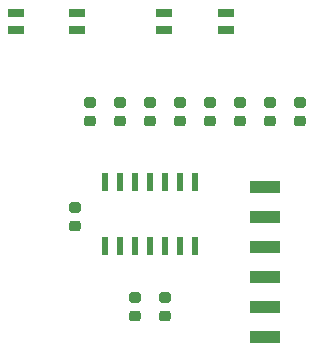
<source format=gbr>
G04 #@! TF.GenerationSoftware,KiCad,Pcbnew,(5.1.0)-1*
G04 #@! TF.CreationDate,2019-10-07T14:17:57-05:00*
G04 #@! TF.ProjectId,supercon-2019-blink,73757065-7263-46f6-9e2d-323031392d62,v01*
G04 #@! TF.SameCoordinates,Original*
G04 #@! TF.FileFunction,Paste,Bot*
G04 #@! TF.FilePolarity,Positive*
%FSLAX46Y46*%
G04 Gerber Fmt 4.6, Leading zero omitted, Abs format (unit mm)*
G04 Created by KiCad (PCBNEW (5.1.0)-1) date 2019-10-07 14:17:57*
%MOMM*%
%LPD*%
G04 APERTURE LIST*
%ADD10C,0.100000*%
%ADD11C,0.875000*%
%ADD12R,1.400000X0.800000*%
%ADD13R,2.500000X1.000000*%
%ADD14R,0.600000X1.500000*%
G04 APERTURE END LIST*
D10*
G36*
X156487691Y-86711053D02*
G01*
X156508926Y-86714203D01*
X156529750Y-86719419D01*
X156549962Y-86726651D01*
X156569368Y-86735830D01*
X156587781Y-86746866D01*
X156605024Y-86759654D01*
X156620930Y-86774070D01*
X156635346Y-86789976D01*
X156648134Y-86807219D01*
X156659170Y-86825632D01*
X156668349Y-86845038D01*
X156675581Y-86865250D01*
X156680797Y-86886074D01*
X156683947Y-86907309D01*
X156685000Y-86928750D01*
X156685000Y-87366250D01*
X156683947Y-87387691D01*
X156680797Y-87408926D01*
X156675581Y-87429750D01*
X156668349Y-87449962D01*
X156659170Y-87469368D01*
X156648134Y-87487781D01*
X156635346Y-87505024D01*
X156620930Y-87520930D01*
X156605024Y-87535346D01*
X156587781Y-87548134D01*
X156569368Y-87559170D01*
X156549962Y-87568349D01*
X156529750Y-87575581D01*
X156508926Y-87580797D01*
X156487691Y-87583947D01*
X156466250Y-87585000D01*
X155953750Y-87585000D01*
X155932309Y-87583947D01*
X155911074Y-87580797D01*
X155890250Y-87575581D01*
X155870038Y-87568349D01*
X155850632Y-87559170D01*
X155832219Y-87548134D01*
X155814976Y-87535346D01*
X155799070Y-87520930D01*
X155784654Y-87505024D01*
X155771866Y-87487781D01*
X155760830Y-87469368D01*
X155751651Y-87449962D01*
X155744419Y-87429750D01*
X155739203Y-87408926D01*
X155736053Y-87387691D01*
X155735000Y-87366250D01*
X155735000Y-86928750D01*
X155736053Y-86907309D01*
X155739203Y-86886074D01*
X155744419Y-86865250D01*
X155751651Y-86845038D01*
X155760830Y-86825632D01*
X155771866Y-86807219D01*
X155784654Y-86789976D01*
X155799070Y-86774070D01*
X155814976Y-86759654D01*
X155832219Y-86746866D01*
X155850632Y-86735830D01*
X155870038Y-86726651D01*
X155890250Y-86719419D01*
X155911074Y-86714203D01*
X155932309Y-86711053D01*
X155953750Y-86710000D01*
X156466250Y-86710000D01*
X156487691Y-86711053D01*
X156487691Y-86711053D01*
G37*
D11*
X156210000Y-87147500D03*
D10*
G36*
X156487691Y-85136053D02*
G01*
X156508926Y-85139203D01*
X156529750Y-85144419D01*
X156549962Y-85151651D01*
X156569368Y-85160830D01*
X156587781Y-85171866D01*
X156605024Y-85184654D01*
X156620930Y-85199070D01*
X156635346Y-85214976D01*
X156648134Y-85232219D01*
X156659170Y-85250632D01*
X156668349Y-85270038D01*
X156675581Y-85290250D01*
X156680797Y-85311074D01*
X156683947Y-85332309D01*
X156685000Y-85353750D01*
X156685000Y-85791250D01*
X156683947Y-85812691D01*
X156680797Y-85833926D01*
X156675581Y-85854750D01*
X156668349Y-85874962D01*
X156659170Y-85894368D01*
X156648134Y-85912781D01*
X156635346Y-85930024D01*
X156620930Y-85945930D01*
X156605024Y-85960346D01*
X156587781Y-85973134D01*
X156569368Y-85984170D01*
X156549962Y-85993349D01*
X156529750Y-86000581D01*
X156508926Y-86005797D01*
X156487691Y-86008947D01*
X156466250Y-86010000D01*
X155953750Y-86010000D01*
X155932309Y-86008947D01*
X155911074Y-86005797D01*
X155890250Y-86000581D01*
X155870038Y-85993349D01*
X155850632Y-85984170D01*
X155832219Y-85973134D01*
X155814976Y-85960346D01*
X155799070Y-85945930D01*
X155784654Y-85930024D01*
X155771866Y-85912781D01*
X155760830Y-85894368D01*
X155751651Y-85874962D01*
X155744419Y-85854750D01*
X155739203Y-85833926D01*
X155736053Y-85812691D01*
X155735000Y-85791250D01*
X155735000Y-85353750D01*
X155736053Y-85332309D01*
X155739203Y-85311074D01*
X155744419Y-85290250D01*
X155751651Y-85270038D01*
X155760830Y-85250632D01*
X155771866Y-85232219D01*
X155784654Y-85214976D01*
X155799070Y-85199070D01*
X155814976Y-85184654D01*
X155832219Y-85171866D01*
X155850632Y-85160830D01*
X155870038Y-85151651D01*
X155890250Y-85144419D01*
X155911074Y-85139203D01*
X155932309Y-85136053D01*
X155953750Y-85135000D01*
X156466250Y-85135000D01*
X156487691Y-85136053D01*
X156487691Y-85136053D01*
G37*
D11*
X156210000Y-85572500D03*
D10*
G36*
X137437691Y-95601053D02*
G01*
X137458926Y-95604203D01*
X137479750Y-95609419D01*
X137499962Y-95616651D01*
X137519368Y-95625830D01*
X137537781Y-95636866D01*
X137555024Y-95649654D01*
X137570930Y-95664070D01*
X137585346Y-95679976D01*
X137598134Y-95697219D01*
X137609170Y-95715632D01*
X137618349Y-95735038D01*
X137625581Y-95755250D01*
X137630797Y-95776074D01*
X137633947Y-95797309D01*
X137635000Y-95818750D01*
X137635000Y-96256250D01*
X137633947Y-96277691D01*
X137630797Y-96298926D01*
X137625581Y-96319750D01*
X137618349Y-96339962D01*
X137609170Y-96359368D01*
X137598134Y-96377781D01*
X137585346Y-96395024D01*
X137570930Y-96410930D01*
X137555024Y-96425346D01*
X137537781Y-96438134D01*
X137519368Y-96449170D01*
X137499962Y-96458349D01*
X137479750Y-96465581D01*
X137458926Y-96470797D01*
X137437691Y-96473947D01*
X137416250Y-96475000D01*
X136903750Y-96475000D01*
X136882309Y-96473947D01*
X136861074Y-96470797D01*
X136840250Y-96465581D01*
X136820038Y-96458349D01*
X136800632Y-96449170D01*
X136782219Y-96438134D01*
X136764976Y-96425346D01*
X136749070Y-96410930D01*
X136734654Y-96395024D01*
X136721866Y-96377781D01*
X136710830Y-96359368D01*
X136701651Y-96339962D01*
X136694419Y-96319750D01*
X136689203Y-96298926D01*
X136686053Y-96277691D01*
X136685000Y-96256250D01*
X136685000Y-95818750D01*
X136686053Y-95797309D01*
X136689203Y-95776074D01*
X136694419Y-95755250D01*
X136701651Y-95735038D01*
X136710830Y-95715632D01*
X136721866Y-95697219D01*
X136734654Y-95679976D01*
X136749070Y-95664070D01*
X136764976Y-95649654D01*
X136782219Y-95636866D01*
X136800632Y-95625830D01*
X136820038Y-95616651D01*
X136840250Y-95609419D01*
X136861074Y-95604203D01*
X136882309Y-95601053D01*
X136903750Y-95600000D01*
X137416250Y-95600000D01*
X137437691Y-95601053D01*
X137437691Y-95601053D01*
G37*
D11*
X137160000Y-96037500D03*
D10*
G36*
X137437691Y-94026053D02*
G01*
X137458926Y-94029203D01*
X137479750Y-94034419D01*
X137499962Y-94041651D01*
X137519368Y-94050830D01*
X137537781Y-94061866D01*
X137555024Y-94074654D01*
X137570930Y-94089070D01*
X137585346Y-94104976D01*
X137598134Y-94122219D01*
X137609170Y-94140632D01*
X137618349Y-94160038D01*
X137625581Y-94180250D01*
X137630797Y-94201074D01*
X137633947Y-94222309D01*
X137635000Y-94243750D01*
X137635000Y-94681250D01*
X137633947Y-94702691D01*
X137630797Y-94723926D01*
X137625581Y-94744750D01*
X137618349Y-94764962D01*
X137609170Y-94784368D01*
X137598134Y-94802781D01*
X137585346Y-94820024D01*
X137570930Y-94835930D01*
X137555024Y-94850346D01*
X137537781Y-94863134D01*
X137519368Y-94874170D01*
X137499962Y-94883349D01*
X137479750Y-94890581D01*
X137458926Y-94895797D01*
X137437691Y-94898947D01*
X137416250Y-94900000D01*
X136903750Y-94900000D01*
X136882309Y-94898947D01*
X136861074Y-94895797D01*
X136840250Y-94890581D01*
X136820038Y-94883349D01*
X136800632Y-94874170D01*
X136782219Y-94863134D01*
X136764976Y-94850346D01*
X136749070Y-94835930D01*
X136734654Y-94820024D01*
X136721866Y-94802781D01*
X136710830Y-94784368D01*
X136701651Y-94764962D01*
X136694419Y-94744750D01*
X136689203Y-94723926D01*
X136686053Y-94702691D01*
X136685000Y-94681250D01*
X136685000Y-94243750D01*
X136686053Y-94222309D01*
X136689203Y-94201074D01*
X136694419Y-94180250D01*
X136701651Y-94160038D01*
X136710830Y-94140632D01*
X136721866Y-94122219D01*
X136734654Y-94104976D01*
X136749070Y-94089070D01*
X136764976Y-94074654D01*
X136782219Y-94061866D01*
X136800632Y-94050830D01*
X136820038Y-94041651D01*
X136840250Y-94034419D01*
X136861074Y-94029203D01*
X136882309Y-94026053D01*
X136903750Y-94025000D01*
X137416250Y-94025000D01*
X137437691Y-94026053D01*
X137437691Y-94026053D01*
G37*
D11*
X137160000Y-94462500D03*
D12*
X137347000Y-78015000D03*
X137347000Y-79465000D03*
X132147000Y-78015000D03*
X132147000Y-79465000D03*
X149920000Y-78015000D03*
X149920000Y-79465000D03*
X144720000Y-78015000D03*
X144720000Y-79465000D03*
D13*
X153225000Y-92710000D03*
X153225000Y-95250000D03*
X153225000Y-97790000D03*
X153225000Y-100330000D03*
X153225000Y-102870000D03*
X153225000Y-105410000D03*
D10*
G36*
X153947691Y-86711053D02*
G01*
X153968926Y-86714203D01*
X153989750Y-86719419D01*
X154009962Y-86726651D01*
X154029368Y-86735830D01*
X154047781Y-86746866D01*
X154065024Y-86759654D01*
X154080930Y-86774070D01*
X154095346Y-86789976D01*
X154108134Y-86807219D01*
X154119170Y-86825632D01*
X154128349Y-86845038D01*
X154135581Y-86865250D01*
X154140797Y-86886074D01*
X154143947Y-86907309D01*
X154145000Y-86928750D01*
X154145000Y-87366250D01*
X154143947Y-87387691D01*
X154140797Y-87408926D01*
X154135581Y-87429750D01*
X154128349Y-87449962D01*
X154119170Y-87469368D01*
X154108134Y-87487781D01*
X154095346Y-87505024D01*
X154080930Y-87520930D01*
X154065024Y-87535346D01*
X154047781Y-87548134D01*
X154029368Y-87559170D01*
X154009962Y-87568349D01*
X153989750Y-87575581D01*
X153968926Y-87580797D01*
X153947691Y-87583947D01*
X153926250Y-87585000D01*
X153413750Y-87585000D01*
X153392309Y-87583947D01*
X153371074Y-87580797D01*
X153350250Y-87575581D01*
X153330038Y-87568349D01*
X153310632Y-87559170D01*
X153292219Y-87548134D01*
X153274976Y-87535346D01*
X153259070Y-87520930D01*
X153244654Y-87505024D01*
X153231866Y-87487781D01*
X153220830Y-87469368D01*
X153211651Y-87449962D01*
X153204419Y-87429750D01*
X153199203Y-87408926D01*
X153196053Y-87387691D01*
X153195000Y-87366250D01*
X153195000Y-86928750D01*
X153196053Y-86907309D01*
X153199203Y-86886074D01*
X153204419Y-86865250D01*
X153211651Y-86845038D01*
X153220830Y-86825632D01*
X153231866Y-86807219D01*
X153244654Y-86789976D01*
X153259070Y-86774070D01*
X153274976Y-86759654D01*
X153292219Y-86746866D01*
X153310632Y-86735830D01*
X153330038Y-86726651D01*
X153350250Y-86719419D01*
X153371074Y-86714203D01*
X153392309Y-86711053D01*
X153413750Y-86710000D01*
X153926250Y-86710000D01*
X153947691Y-86711053D01*
X153947691Y-86711053D01*
G37*
D11*
X153670000Y-87147500D03*
D10*
G36*
X153947691Y-85136053D02*
G01*
X153968926Y-85139203D01*
X153989750Y-85144419D01*
X154009962Y-85151651D01*
X154029368Y-85160830D01*
X154047781Y-85171866D01*
X154065024Y-85184654D01*
X154080930Y-85199070D01*
X154095346Y-85214976D01*
X154108134Y-85232219D01*
X154119170Y-85250632D01*
X154128349Y-85270038D01*
X154135581Y-85290250D01*
X154140797Y-85311074D01*
X154143947Y-85332309D01*
X154145000Y-85353750D01*
X154145000Y-85791250D01*
X154143947Y-85812691D01*
X154140797Y-85833926D01*
X154135581Y-85854750D01*
X154128349Y-85874962D01*
X154119170Y-85894368D01*
X154108134Y-85912781D01*
X154095346Y-85930024D01*
X154080930Y-85945930D01*
X154065024Y-85960346D01*
X154047781Y-85973134D01*
X154029368Y-85984170D01*
X154009962Y-85993349D01*
X153989750Y-86000581D01*
X153968926Y-86005797D01*
X153947691Y-86008947D01*
X153926250Y-86010000D01*
X153413750Y-86010000D01*
X153392309Y-86008947D01*
X153371074Y-86005797D01*
X153350250Y-86000581D01*
X153330038Y-85993349D01*
X153310632Y-85984170D01*
X153292219Y-85973134D01*
X153274976Y-85960346D01*
X153259070Y-85945930D01*
X153244654Y-85930024D01*
X153231866Y-85912781D01*
X153220830Y-85894368D01*
X153211651Y-85874962D01*
X153204419Y-85854750D01*
X153199203Y-85833926D01*
X153196053Y-85812691D01*
X153195000Y-85791250D01*
X153195000Y-85353750D01*
X153196053Y-85332309D01*
X153199203Y-85311074D01*
X153204419Y-85290250D01*
X153211651Y-85270038D01*
X153220830Y-85250632D01*
X153231866Y-85232219D01*
X153244654Y-85214976D01*
X153259070Y-85199070D01*
X153274976Y-85184654D01*
X153292219Y-85171866D01*
X153310632Y-85160830D01*
X153330038Y-85151651D01*
X153350250Y-85144419D01*
X153371074Y-85139203D01*
X153392309Y-85136053D01*
X153413750Y-85135000D01*
X153926250Y-85135000D01*
X153947691Y-85136053D01*
X153947691Y-85136053D01*
G37*
D11*
X153670000Y-85572500D03*
D10*
G36*
X142517691Y-103221053D02*
G01*
X142538926Y-103224203D01*
X142559750Y-103229419D01*
X142579962Y-103236651D01*
X142599368Y-103245830D01*
X142617781Y-103256866D01*
X142635024Y-103269654D01*
X142650930Y-103284070D01*
X142665346Y-103299976D01*
X142678134Y-103317219D01*
X142689170Y-103335632D01*
X142698349Y-103355038D01*
X142705581Y-103375250D01*
X142710797Y-103396074D01*
X142713947Y-103417309D01*
X142715000Y-103438750D01*
X142715000Y-103876250D01*
X142713947Y-103897691D01*
X142710797Y-103918926D01*
X142705581Y-103939750D01*
X142698349Y-103959962D01*
X142689170Y-103979368D01*
X142678134Y-103997781D01*
X142665346Y-104015024D01*
X142650930Y-104030930D01*
X142635024Y-104045346D01*
X142617781Y-104058134D01*
X142599368Y-104069170D01*
X142579962Y-104078349D01*
X142559750Y-104085581D01*
X142538926Y-104090797D01*
X142517691Y-104093947D01*
X142496250Y-104095000D01*
X141983750Y-104095000D01*
X141962309Y-104093947D01*
X141941074Y-104090797D01*
X141920250Y-104085581D01*
X141900038Y-104078349D01*
X141880632Y-104069170D01*
X141862219Y-104058134D01*
X141844976Y-104045346D01*
X141829070Y-104030930D01*
X141814654Y-104015024D01*
X141801866Y-103997781D01*
X141790830Y-103979368D01*
X141781651Y-103959962D01*
X141774419Y-103939750D01*
X141769203Y-103918926D01*
X141766053Y-103897691D01*
X141765000Y-103876250D01*
X141765000Y-103438750D01*
X141766053Y-103417309D01*
X141769203Y-103396074D01*
X141774419Y-103375250D01*
X141781651Y-103355038D01*
X141790830Y-103335632D01*
X141801866Y-103317219D01*
X141814654Y-103299976D01*
X141829070Y-103284070D01*
X141844976Y-103269654D01*
X141862219Y-103256866D01*
X141880632Y-103245830D01*
X141900038Y-103236651D01*
X141920250Y-103229419D01*
X141941074Y-103224203D01*
X141962309Y-103221053D01*
X141983750Y-103220000D01*
X142496250Y-103220000D01*
X142517691Y-103221053D01*
X142517691Y-103221053D01*
G37*
D11*
X142240000Y-103657500D03*
D10*
G36*
X142517691Y-101646053D02*
G01*
X142538926Y-101649203D01*
X142559750Y-101654419D01*
X142579962Y-101661651D01*
X142599368Y-101670830D01*
X142617781Y-101681866D01*
X142635024Y-101694654D01*
X142650930Y-101709070D01*
X142665346Y-101724976D01*
X142678134Y-101742219D01*
X142689170Y-101760632D01*
X142698349Y-101780038D01*
X142705581Y-101800250D01*
X142710797Y-101821074D01*
X142713947Y-101842309D01*
X142715000Y-101863750D01*
X142715000Y-102301250D01*
X142713947Y-102322691D01*
X142710797Y-102343926D01*
X142705581Y-102364750D01*
X142698349Y-102384962D01*
X142689170Y-102404368D01*
X142678134Y-102422781D01*
X142665346Y-102440024D01*
X142650930Y-102455930D01*
X142635024Y-102470346D01*
X142617781Y-102483134D01*
X142599368Y-102494170D01*
X142579962Y-102503349D01*
X142559750Y-102510581D01*
X142538926Y-102515797D01*
X142517691Y-102518947D01*
X142496250Y-102520000D01*
X141983750Y-102520000D01*
X141962309Y-102518947D01*
X141941074Y-102515797D01*
X141920250Y-102510581D01*
X141900038Y-102503349D01*
X141880632Y-102494170D01*
X141862219Y-102483134D01*
X141844976Y-102470346D01*
X141829070Y-102455930D01*
X141814654Y-102440024D01*
X141801866Y-102422781D01*
X141790830Y-102404368D01*
X141781651Y-102384962D01*
X141774419Y-102364750D01*
X141769203Y-102343926D01*
X141766053Y-102322691D01*
X141765000Y-102301250D01*
X141765000Y-101863750D01*
X141766053Y-101842309D01*
X141769203Y-101821074D01*
X141774419Y-101800250D01*
X141781651Y-101780038D01*
X141790830Y-101760632D01*
X141801866Y-101742219D01*
X141814654Y-101724976D01*
X141829070Y-101709070D01*
X141844976Y-101694654D01*
X141862219Y-101681866D01*
X141880632Y-101670830D01*
X141900038Y-101661651D01*
X141920250Y-101654419D01*
X141941074Y-101649203D01*
X141962309Y-101646053D01*
X141983750Y-101645000D01*
X142496250Y-101645000D01*
X142517691Y-101646053D01*
X142517691Y-101646053D01*
G37*
D11*
X142240000Y-102082500D03*
D10*
G36*
X145057691Y-101646053D02*
G01*
X145078926Y-101649203D01*
X145099750Y-101654419D01*
X145119962Y-101661651D01*
X145139368Y-101670830D01*
X145157781Y-101681866D01*
X145175024Y-101694654D01*
X145190930Y-101709070D01*
X145205346Y-101724976D01*
X145218134Y-101742219D01*
X145229170Y-101760632D01*
X145238349Y-101780038D01*
X145245581Y-101800250D01*
X145250797Y-101821074D01*
X145253947Y-101842309D01*
X145255000Y-101863750D01*
X145255000Y-102301250D01*
X145253947Y-102322691D01*
X145250797Y-102343926D01*
X145245581Y-102364750D01*
X145238349Y-102384962D01*
X145229170Y-102404368D01*
X145218134Y-102422781D01*
X145205346Y-102440024D01*
X145190930Y-102455930D01*
X145175024Y-102470346D01*
X145157781Y-102483134D01*
X145139368Y-102494170D01*
X145119962Y-102503349D01*
X145099750Y-102510581D01*
X145078926Y-102515797D01*
X145057691Y-102518947D01*
X145036250Y-102520000D01*
X144523750Y-102520000D01*
X144502309Y-102518947D01*
X144481074Y-102515797D01*
X144460250Y-102510581D01*
X144440038Y-102503349D01*
X144420632Y-102494170D01*
X144402219Y-102483134D01*
X144384976Y-102470346D01*
X144369070Y-102455930D01*
X144354654Y-102440024D01*
X144341866Y-102422781D01*
X144330830Y-102404368D01*
X144321651Y-102384962D01*
X144314419Y-102364750D01*
X144309203Y-102343926D01*
X144306053Y-102322691D01*
X144305000Y-102301250D01*
X144305000Y-101863750D01*
X144306053Y-101842309D01*
X144309203Y-101821074D01*
X144314419Y-101800250D01*
X144321651Y-101780038D01*
X144330830Y-101760632D01*
X144341866Y-101742219D01*
X144354654Y-101724976D01*
X144369070Y-101709070D01*
X144384976Y-101694654D01*
X144402219Y-101681866D01*
X144420632Y-101670830D01*
X144440038Y-101661651D01*
X144460250Y-101654419D01*
X144481074Y-101649203D01*
X144502309Y-101646053D01*
X144523750Y-101645000D01*
X145036250Y-101645000D01*
X145057691Y-101646053D01*
X145057691Y-101646053D01*
G37*
D11*
X144780000Y-102082500D03*
D10*
G36*
X145057691Y-103221053D02*
G01*
X145078926Y-103224203D01*
X145099750Y-103229419D01*
X145119962Y-103236651D01*
X145139368Y-103245830D01*
X145157781Y-103256866D01*
X145175024Y-103269654D01*
X145190930Y-103284070D01*
X145205346Y-103299976D01*
X145218134Y-103317219D01*
X145229170Y-103335632D01*
X145238349Y-103355038D01*
X145245581Y-103375250D01*
X145250797Y-103396074D01*
X145253947Y-103417309D01*
X145255000Y-103438750D01*
X145255000Y-103876250D01*
X145253947Y-103897691D01*
X145250797Y-103918926D01*
X145245581Y-103939750D01*
X145238349Y-103959962D01*
X145229170Y-103979368D01*
X145218134Y-103997781D01*
X145205346Y-104015024D01*
X145190930Y-104030930D01*
X145175024Y-104045346D01*
X145157781Y-104058134D01*
X145139368Y-104069170D01*
X145119962Y-104078349D01*
X145099750Y-104085581D01*
X145078926Y-104090797D01*
X145057691Y-104093947D01*
X145036250Y-104095000D01*
X144523750Y-104095000D01*
X144502309Y-104093947D01*
X144481074Y-104090797D01*
X144460250Y-104085581D01*
X144440038Y-104078349D01*
X144420632Y-104069170D01*
X144402219Y-104058134D01*
X144384976Y-104045346D01*
X144369070Y-104030930D01*
X144354654Y-104015024D01*
X144341866Y-103997781D01*
X144330830Y-103979368D01*
X144321651Y-103959962D01*
X144314419Y-103939750D01*
X144309203Y-103918926D01*
X144306053Y-103897691D01*
X144305000Y-103876250D01*
X144305000Y-103438750D01*
X144306053Y-103417309D01*
X144309203Y-103396074D01*
X144314419Y-103375250D01*
X144321651Y-103355038D01*
X144330830Y-103335632D01*
X144341866Y-103317219D01*
X144354654Y-103299976D01*
X144369070Y-103284070D01*
X144384976Y-103269654D01*
X144402219Y-103256866D01*
X144420632Y-103245830D01*
X144440038Y-103236651D01*
X144460250Y-103229419D01*
X144481074Y-103224203D01*
X144502309Y-103221053D01*
X144523750Y-103220000D01*
X145036250Y-103220000D01*
X145057691Y-103221053D01*
X145057691Y-103221053D01*
G37*
D11*
X144780000Y-103657500D03*
D10*
G36*
X138707691Y-85136053D02*
G01*
X138728926Y-85139203D01*
X138749750Y-85144419D01*
X138769962Y-85151651D01*
X138789368Y-85160830D01*
X138807781Y-85171866D01*
X138825024Y-85184654D01*
X138840930Y-85199070D01*
X138855346Y-85214976D01*
X138868134Y-85232219D01*
X138879170Y-85250632D01*
X138888349Y-85270038D01*
X138895581Y-85290250D01*
X138900797Y-85311074D01*
X138903947Y-85332309D01*
X138905000Y-85353750D01*
X138905000Y-85791250D01*
X138903947Y-85812691D01*
X138900797Y-85833926D01*
X138895581Y-85854750D01*
X138888349Y-85874962D01*
X138879170Y-85894368D01*
X138868134Y-85912781D01*
X138855346Y-85930024D01*
X138840930Y-85945930D01*
X138825024Y-85960346D01*
X138807781Y-85973134D01*
X138789368Y-85984170D01*
X138769962Y-85993349D01*
X138749750Y-86000581D01*
X138728926Y-86005797D01*
X138707691Y-86008947D01*
X138686250Y-86010000D01*
X138173750Y-86010000D01*
X138152309Y-86008947D01*
X138131074Y-86005797D01*
X138110250Y-86000581D01*
X138090038Y-85993349D01*
X138070632Y-85984170D01*
X138052219Y-85973134D01*
X138034976Y-85960346D01*
X138019070Y-85945930D01*
X138004654Y-85930024D01*
X137991866Y-85912781D01*
X137980830Y-85894368D01*
X137971651Y-85874962D01*
X137964419Y-85854750D01*
X137959203Y-85833926D01*
X137956053Y-85812691D01*
X137955000Y-85791250D01*
X137955000Y-85353750D01*
X137956053Y-85332309D01*
X137959203Y-85311074D01*
X137964419Y-85290250D01*
X137971651Y-85270038D01*
X137980830Y-85250632D01*
X137991866Y-85232219D01*
X138004654Y-85214976D01*
X138019070Y-85199070D01*
X138034976Y-85184654D01*
X138052219Y-85171866D01*
X138070632Y-85160830D01*
X138090038Y-85151651D01*
X138110250Y-85144419D01*
X138131074Y-85139203D01*
X138152309Y-85136053D01*
X138173750Y-85135000D01*
X138686250Y-85135000D01*
X138707691Y-85136053D01*
X138707691Y-85136053D01*
G37*
D11*
X138430000Y-85572500D03*
D10*
G36*
X138707691Y-86711053D02*
G01*
X138728926Y-86714203D01*
X138749750Y-86719419D01*
X138769962Y-86726651D01*
X138789368Y-86735830D01*
X138807781Y-86746866D01*
X138825024Y-86759654D01*
X138840930Y-86774070D01*
X138855346Y-86789976D01*
X138868134Y-86807219D01*
X138879170Y-86825632D01*
X138888349Y-86845038D01*
X138895581Y-86865250D01*
X138900797Y-86886074D01*
X138903947Y-86907309D01*
X138905000Y-86928750D01*
X138905000Y-87366250D01*
X138903947Y-87387691D01*
X138900797Y-87408926D01*
X138895581Y-87429750D01*
X138888349Y-87449962D01*
X138879170Y-87469368D01*
X138868134Y-87487781D01*
X138855346Y-87505024D01*
X138840930Y-87520930D01*
X138825024Y-87535346D01*
X138807781Y-87548134D01*
X138789368Y-87559170D01*
X138769962Y-87568349D01*
X138749750Y-87575581D01*
X138728926Y-87580797D01*
X138707691Y-87583947D01*
X138686250Y-87585000D01*
X138173750Y-87585000D01*
X138152309Y-87583947D01*
X138131074Y-87580797D01*
X138110250Y-87575581D01*
X138090038Y-87568349D01*
X138070632Y-87559170D01*
X138052219Y-87548134D01*
X138034976Y-87535346D01*
X138019070Y-87520930D01*
X138004654Y-87505024D01*
X137991866Y-87487781D01*
X137980830Y-87469368D01*
X137971651Y-87449962D01*
X137964419Y-87429750D01*
X137959203Y-87408926D01*
X137956053Y-87387691D01*
X137955000Y-87366250D01*
X137955000Y-86928750D01*
X137956053Y-86907309D01*
X137959203Y-86886074D01*
X137964419Y-86865250D01*
X137971651Y-86845038D01*
X137980830Y-86825632D01*
X137991866Y-86807219D01*
X138004654Y-86789976D01*
X138019070Y-86774070D01*
X138034976Y-86759654D01*
X138052219Y-86746866D01*
X138070632Y-86735830D01*
X138090038Y-86726651D01*
X138110250Y-86719419D01*
X138131074Y-86714203D01*
X138152309Y-86711053D01*
X138173750Y-86710000D01*
X138686250Y-86710000D01*
X138707691Y-86711053D01*
X138707691Y-86711053D01*
G37*
D11*
X138430000Y-87147500D03*
D10*
G36*
X143787691Y-86711053D02*
G01*
X143808926Y-86714203D01*
X143829750Y-86719419D01*
X143849962Y-86726651D01*
X143869368Y-86735830D01*
X143887781Y-86746866D01*
X143905024Y-86759654D01*
X143920930Y-86774070D01*
X143935346Y-86789976D01*
X143948134Y-86807219D01*
X143959170Y-86825632D01*
X143968349Y-86845038D01*
X143975581Y-86865250D01*
X143980797Y-86886074D01*
X143983947Y-86907309D01*
X143985000Y-86928750D01*
X143985000Y-87366250D01*
X143983947Y-87387691D01*
X143980797Y-87408926D01*
X143975581Y-87429750D01*
X143968349Y-87449962D01*
X143959170Y-87469368D01*
X143948134Y-87487781D01*
X143935346Y-87505024D01*
X143920930Y-87520930D01*
X143905024Y-87535346D01*
X143887781Y-87548134D01*
X143869368Y-87559170D01*
X143849962Y-87568349D01*
X143829750Y-87575581D01*
X143808926Y-87580797D01*
X143787691Y-87583947D01*
X143766250Y-87585000D01*
X143253750Y-87585000D01*
X143232309Y-87583947D01*
X143211074Y-87580797D01*
X143190250Y-87575581D01*
X143170038Y-87568349D01*
X143150632Y-87559170D01*
X143132219Y-87548134D01*
X143114976Y-87535346D01*
X143099070Y-87520930D01*
X143084654Y-87505024D01*
X143071866Y-87487781D01*
X143060830Y-87469368D01*
X143051651Y-87449962D01*
X143044419Y-87429750D01*
X143039203Y-87408926D01*
X143036053Y-87387691D01*
X143035000Y-87366250D01*
X143035000Y-86928750D01*
X143036053Y-86907309D01*
X143039203Y-86886074D01*
X143044419Y-86865250D01*
X143051651Y-86845038D01*
X143060830Y-86825632D01*
X143071866Y-86807219D01*
X143084654Y-86789976D01*
X143099070Y-86774070D01*
X143114976Y-86759654D01*
X143132219Y-86746866D01*
X143150632Y-86735830D01*
X143170038Y-86726651D01*
X143190250Y-86719419D01*
X143211074Y-86714203D01*
X143232309Y-86711053D01*
X143253750Y-86710000D01*
X143766250Y-86710000D01*
X143787691Y-86711053D01*
X143787691Y-86711053D01*
G37*
D11*
X143510000Y-87147500D03*
D10*
G36*
X143787691Y-85136053D02*
G01*
X143808926Y-85139203D01*
X143829750Y-85144419D01*
X143849962Y-85151651D01*
X143869368Y-85160830D01*
X143887781Y-85171866D01*
X143905024Y-85184654D01*
X143920930Y-85199070D01*
X143935346Y-85214976D01*
X143948134Y-85232219D01*
X143959170Y-85250632D01*
X143968349Y-85270038D01*
X143975581Y-85290250D01*
X143980797Y-85311074D01*
X143983947Y-85332309D01*
X143985000Y-85353750D01*
X143985000Y-85791250D01*
X143983947Y-85812691D01*
X143980797Y-85833926D01*
X143975581Y-85854750D01*
X143968349Y-85874962D01*
X143959170Y-85894368D01*
X143948134Y-85912781D01*
X143935346Y-85930024D01*
X143920930Y-85945930D01*
X143905024Y-85960346D01*
X143887781Y-85973134D01*
X143869368Y-85984170D01*
X143849962Y-85993349D01*
X143829750Y-86000581D01*
X143808926Y-86005797D01*
X143787691Y-86008947D01*
X143766250Y-86010000D01*
X143253750Y-86010000D01*
X143232309Y-86008947D01*
X143211074Y-86005797D01*
X143190250Y-86000581D01*
X143170038Y-85993349D01*
X143150632Y-85984170D01*
X143132219Y-85973134D01*
X143114976Y-85960346D01*
X143099070Y-85945930D01*
X143084654Y-85930024D01*
X143071866Y-85912781D01*
X143060830Y-85894368D01*
X143051651Y-85874962D01*
X143044419Y-85854750D01*
X143039203Y-85833926D01*
X143036053Y-85812691D01*
X143035000Y-85791250D01*
X143035000Y-85353750D01*
X143036053Y-85332309D01*
X143039203Y-85311074D01*
X143044419Y-85290250D01*
X143051651Y-85270038D01*
X143060830Y-85250632D01*
X143071866Y-85232219D01*
X143084654Y-85214976D01*
X143099070Y-85199070D01*
X143114976Y-85184654D01*
X143132219Y-85171866D01*
X143150632Y-85160830D01*
X143170038Y-85151651D01*
X143190250Y-85144419D01*
X143211074Y-85139203D01*
X143232309Y-85136053D01*
X143253750Y-85135000D01*
X143766250Y-85135000D01*
X143787691Y-85136053D01*
X143787691Y-85136053D01*
G37*
D11*
X143510000Y-85572500D03*
D10*
G36*
X141247691Y-85136053D02*
G01*
X141268926Y-85139203D01*
X141289750Y-85144419D01*
X141309962Y-85151651D01*
X141329368Y-85160830D01*
X141347781Y-85171866D01*
X141365024Y-85184654D01*
X141380930Y-85199070D01*
X141395346Y-85214976D01*
X141408134Y-85232219D01*
X141419170Y-85250632D01*
X141428349Y-85270038D01*
X141435581Y-85290250D01*
X141440797Y-85311074D01*
X141443947Y-85332309D01*
X141445000Y-85353750D01*
X141445000Y-85791250D01*
X141443947Y-85812691D01*
X141440797Y-85833926D01*
X141435581Y-85854750D01*
X141428349Y-85874962D01*
X141419170Y-85894368D01*
X141408134Y-85912781D01*
X141395346Y-85930024D01*
X141380930Y-85945930D01*
X141365024Y-85960346D01*
X141347781Y-85973134D01*
X141329368Y-85984170D01*
X141309962Y-85993349D01*
X141289750Y-86000581D01*
X141268926Y-86005797D01*
X141247691Y-86008947D01*
X141226250Y-86010000D01*
X140713750Y-86010000D01*
X140692309Y-86008947D01*
X140671074Y-86005797D01*
X140650250Y-86000581D01*
X140630038Y-85993349D01*
X140610632Y-85984170D01*
X140592219Y-85973134D01*
X140574976Y-85960346D01*
X140559070Y-85945930D01*
X140544654Y-85930024D01*
X140531866Y-85912781D01*
X140520830Y-85894368D01*
X140511651Y-85874962D01*
X140504419Y-85854750D01*
X140499203Y-85833926D01*
X140496053Y-85812691D01*
X140495000Y-85791250D01*
X140495000Y-85353750D01*
X140496053Y-85332309D01*
X140499203Y-85311074D01*
X140504419Y-85290250D01*
X140511651Y-85270038D01*
X140520830Y-85250632D01*
X140531866Y-85232219D01*
X140544654Y-85214976D01*
X140559070Y-85199070D01*
X140574976Y-85184654D01*
X140592219Y-85171866D01*
X140610632Y-85160830D01*
X140630038Y-85151651D01*
X140650250Y-85144419D01*
X140671074Y-85139203D01*
X140692309Y-85136053D01*
X140713750Y-85135000D01*
X141226250Y-85135000D01*
X141247691Y-85136053D01*
X141247691Y-85136053D01*
G37*
D11*
X140970000Y-85572500D03*
D10*
G36*
X141247691Y-86711053D02*
G01*
X141268926Y-86714203D01*
X141289750Y-86719419D01*
X141309962Y-86726651D01*
X141329368Y-86735830D01*
X141347781Y-86746866D01*
X141365024Y-86759654D01*
X141380930Y-86774070D01*
X141395346Y-86789976D01*
X141408134Y-86807219D01*
X141419170Y-86825632D01*
X141428349Y-86845038D01*
X141435581Y-86865250D01*
X141440797Y-86886074D01*
X141443947Y-86907309D01*
X141445000Y-86928750D01*
X141445000Y-87366250D01*
X141443947Y-87387691D01*
X141440797Y-87408926D01*
X141435581Y-87429750D01*
X141428349Y-87449962D01*
X141419170Y-87469368D01*
X141408134Y-87487781D01*
X141395346Y-87505024D01*
X141380930Y-87520930D01*
X141365024Y-87535346D01*
X141347781Y-87548134D01*
X141329368Y-87559170D01*
X141309962Y-87568349D01*
X141289750Y-87575581D01*
X141268926Y-87580797D01*
X141247691Y-87583947D01*
X141226250Y-87585000D01*
X140713750Y-87585000D01*
X140692309Y-87583947D01*
X140671074Y-87580797D01*
X140650250Y-87575581D01*
X140630038Y-87568349D01*
X140610632Y-87559170D01*
X140592219Y-87548134D01*
X140574976Y-87535346D01*
X140559070Y-87520930D01*
X140544654Y-87505024D01*
X140531866Y-87487781D01*
X140520830Y-87469368D01*
X140511651Y-87449962D01*
X140504419Y-87429750D01*
X140499203Y-87408926D01*
X140496053Y-87387691D01*
X140495000Y-87366250D01*
X140495000Y-86928750D01*
X140496053Y-86907309D01*
X140499203Y-86886074D01*
X140504419Y-86865250D01*
X140511651Y-86845038D01*
X140520830Y-86825632D01*
X140531866Y-86807219D01*
X140544654Y-86789976D01*
X140559070Y-86774070D01*
X140574976Y-86759654D01*
X140592219Y-86746866D01*
X140610632Y-86735830D01*
X140630038Y-86726651D01*
X140650250Y-86719419D01*
X140671074Y-86714203D01*
X140692309Y-86711053D01*
X140713750Y-86710000D01*
X141226250Y-86710000D01*
X141247691Y-86711053D01*
X141247691Y-86711053D01*
G37*
D11*
X140970000Y-87147500D03*
D10*
G36*
X146327691Y-85136053D02*
G01*
X146348926Y-85139203D01*
X146369750Y-85144419D01*
X146389962Y-85151651D01*
X146409368Y-85160830D01*
X146427781Y-85171866D01*
X146445024Y-85184654D01*
X146460930Y-85199070D01*
X146475346Y-85214976D01*
X146488134Y-85232219D01*
X146499170Y-85250632D01*
X146508349Y-85270038D01*
X146515581Y-85290250D01*
X146520797Y-85311074D01*
X146523947Y-85332309D01*
X146525000Y-85353750D01*
X146525000Y-85791250D01*
X146523947Y-85812691D01*
X146520797Y-85833926D01*
X146515581Y-85854750D01*
X146508349Y-85874962D01*
X146499170Y-85894368D01*
X146488134Y-85912781D01*
X146475346Y-85930024D01*
X146460930Y-85945930D01*
X146445024Y-85960346D01*
X146427781Y-85973134D01*
X146409368Y-85984170D01*
X146389962Y-85993349D01*
X146369750Y-86000581D01*
X146348926Y-86005797D01*
X146327691Y-86008947D01*
X146306250Y-86010000D01*
X145793750Y-86010000D01*
X145772309Y-86008947D01*
X145751074Y-86005797D01*
X145730250Y-86000581D01*
X145710038Y-85993349D01*
X145690632Y-85984170D01*
X145672219Y-85973134D01*
X145654976Y-85960346D01*
X145639070Y-85945930D01*
X145624654Y-85930024D01*
X145611866Y-85912781D01*
X145600830Y-85894368D01*
X145591651Y-85874962D01*
X145584419Y-85854750D01*
X145579203Y-85833926D01*
X145576053Y-85812691D01*
X145575000Y-85791250D01*
X145575000Y-85353750D01*
X145576053Y-85332309D01*
X145579203Y-85311074D01*
X145584419Y-85290250D01*
X145591651Y-85270038D01*
X145600830Y-85250632D01*
X145611866Y-85232219D01*
X145624654Y-85214976D01*
X145639070Y-85199070D01*
X145654976Y-85184654D01*
X145672219Y-85171866D01*
X145690632Y-85160830D01*
X145710038Y-85151651D01*
X145730250Y-85144419D01*
X145751074Y-85139203D01*
X145772309Y-85136053D01*
X145793750Y-85135000D01*
X146306250Y-85135000D01*
X146327691Y-85136053D01*
X146327691Y-85136053D01*
G37*
D11*
X146050000Y-85572500D03*
D10*
G36*
X146327691Y-86711053D02*
G01*
X146348926Y-86714203D01*
X146369750Y-86719419D01*
X146389962Y-86726651D01*
X146409368Y-86735830D01*
X146427781Y-86746866D01*
X146445024Y-86759654D01*
X146460930Y-86774070D01*
X146475346Y-86789976D01*
X146488134Y-86807219D01*
X146499170Y-86825632D01*
X146508349Y-86845038D01*
X146515581Y-86865250D01*
X146520797Y-86886074D01*
X146523947Y-86907309D01*
X146525000Y-86928750D01*
X146525000Y-87366250D01*
X146523947Y-87387691D01*
X146520797Y-87408926D01*
X146515581Y-87429750D01*
X146508349Y-87449962D01*
X146499170Y-87469368D01*
X146488134Y-87487781D01*
X146475346Y-87505024D01*
X146460930Y-87520930D01*
X146445024Y-87535346D01*
X146427781Y-87548134D01*
X146409368Y-87559170D01*
X146389962Y-87568349D01*
X146369750Y-87575581D01*
X146348926Y-87580797D01*
X146327691Y-87583947D01*
X146306250Y-87585000D01*
X145793750Y-87585000D01*
X145772309Y-87583947D01*
X145751074Y-87580797D01*
X145730250Y-87575581D01*
X145710038Y-87568349D01*
X145690632Y-87559170D01*
X145672219Y-87548134D01*
X145654976Y-87535346D01*
X145639070Y-87520930D01*
X145624654Y-87505024D01*
X145611866Y-87487781D01*
X145600830Y-87469368D01*
X145591651Y-87449962D01*
X145584419Y-87429750D01*
X145579203Y-87408926D01*
X145576053Y-87387691D01*
X145575000Y-87366250D01*
X145575000Y-86928750D01*
X145576053Y-86907309D01*
X145579203Y-86886074D01*
X145584419Y-86865250D01*
X145591651Y-86845038D01*
X145600830Y-86825632D01*
X145611866Y-86807219D01*
X145624654Y-86789976D01*
X145639070Y-86774070D01*
X145654976Y-86759654D01*
X145672219Y-86746866D01*
X145690632Y-86735830D01*
X145710038Y-86726651D01*
X145730250Y-86719419D01*
X145751074Y-86714203D01*
X145772309Y-86711053D01*
X145793750Y-86710000D01*
X146306250Y-86710000D01*
X146327691Y-86711053D01*
X146327691Y-86711053D01*
G37*
D11*
X146050000Y-87147500D03*
D10*
G36*
X151407691Y-86711053D02*
G01*
X151428926Y-86714203D01*
X151449750Y-86719419D01*
X151469962Y-86726651D01*
X151489368Y-86735830D01*
X151507781Y-86746866D01*
X151525024Y-86759654D01*
X151540930Y-86774070D01*
X151555346Y-86789976D01*
X151568134Y-86807219D01*
X151579170Y-86825632D01*
X151588349Y-86845038D01*
X151595581Y-86865250D01*
X151600797Y-86886074D01*
X151603947Y-86907309D01*
X151605000Y-86928750D01*
X151605000Y-87366250D01*
X151603947Y-87387691D01*
X151600797Y-87408926D01*
X151595581Y-87429750D01*
X151588349Y-87449962D01*
X151579170Y-87469368D01*
X151568134Y-87487781D01*
X151555346Y-87505024D01*
X151540930Y-87520930D01*
X151525024Y-87535346D01*
X151507781Y-87548134D01*
X151489368Y-87559170D01*
X151469962Y-87568349D01*
X151449750Y-87575581D01*
X151428926Y-87580797D01*
X151407691Y-87583947D01*
X151386250Y-87585000D01*
X150873750Y-87585000D01*
X150852309Y-87583947D01*
X150831074Y-87580797D01*
X150810250Y-87575581D01*
X150790038Y-87568349D01*
X150770632Y-87559170D01*
X150752219Y-87548134D01*
X150734976Y-87535346D01*
X150719070Y-87520930D01*
X150704654Y-87505024D01*
X150691866Y-87487781D01*
X150680830Y-87469368D01*
X150671651Y-87449962D01*
X150664419Y-87429750D01*
X150659203Y-87408926D01*
X150656053Y-87387691D01*
X150655000Y-87366250D01*
X150655000Y-86928750D01*
X150656053Y-86907309D01*
X150659203Y-86886074D01*
X150664419Y-86865250D01*
X150671651Y-86845038D01*
X150680830Y-86825632D01*
X150691866Y-86807219D01*
X150704654Y-86789976D01*
X150719070Y-86774070D01*
X150734976Y-86759654D01*
X150752219Y-86746866D01*
X150770632Y-86735830D01*
X150790038Y-86726651D01*
X150810250Y-86719419D01*
X150831074Y-86714203D01*
X150852309Y-86711053D01*
X150873750Y-86710000D01*
X151386250Y-86710000D01*
X151407691Y-86711053D01*
X151407691Y-86711053D01*
G37*
D11*
X151130000Y-87147500D03*
D10*
G36*
X151407691Y-85136053D02*
G01*
X151428926Y-85139203D01*
X151449750Y-85144419D01*
X151469962Y-85151651D01*
X151489368Y-85160830D01*
X151507781Y-85171866D01*
X151525024Y-85184654D01*
X151540930Y-85199070D01*
X151555346Y-85214976D01*
X151568134Y-85232219D01*
X151579170Y-85250632D01*
X151588349Y-85270038D01*
X151595581Y-85290250D01*
X151600797Y-85311074D01*
X151603947Y-85332309D01*
X151605000Y-85353750D01*
X151605000Y-85791250D01*
X151603947Y-85812691D01*
X151600797Y-85833926D01*
X151595581Y-85854750D01*
X151588349Y-85874962D01*
X151579170Y-85894368D01*
X151568134Y-85912781D01*
X151555346Y-85930024D01*
X151540930Y-85945930D01*
X151525024Y-85960346D01*
X151507781Y-85973134D01*
X151489368Y-85984170D01*
X151469962Y-85993349D01*
X151449750Y-86000581D01*
X151428926Y-86005797D01*
X151407691Y-86008947D01*
X151386250Y-86010000D01*
X150873750Y-86010000D01*
X150852309Y-86008947D01*
X150831074Y-86005797D01*
X150810250Y-86000581D01*
X150790038Y-85993349D01*
X150770632Y-85984170D01*
X150752219Y-85973134D01*
X150734976Y-85960346D01*
X150719070Y-85945930D01*
X150704654Y-85930024D01*
X150691866Y-85912781D01*
X150680830Y-85894368D01*
X150671651Y-85874962D01*
X150664419Y-85854750D01*
X150659203Y-85833926D01*
X150656053Y-85812691D01*
X150655000Y-85791250D01*
X150655000Y-85353750D01*
X150656053Y-85332309D01*
X150659203Y-85311074D01*
X150664419Y-85290250D01*
X150671651Y-85270038D01*
X150680830Y-85250632D01*
X150691866Y-85232219D01*
X150704654Y-85214976D01*
X150719070Y-85199070D01*
X150734976Y-85184654D01*
X150752219Y-85171866D01*
X150770632Y-85160830D01*
X150790038Y-85151651D01*
X150810250Y-85144419D01*
X150831074Y-85139203D01*
X150852309Y-85136053D01*
X150873750Y-85135000D01*
X151386250Y-85135000D01*
X151407691Y-85136053D01*
X151407691Y-85136053D01*
G37*
D11*
X151130000Y-85572500D03*
D10*
G36*
X148867691Y-85136053D02*
G01*
X148888926Y-85139203D01*
X148909750Y-85144419D01*
X148929962Y-85151651D01*
X148949368Y-85160830D01*
X148967781Y-85171866D01*
X148985024Y-85184654D01*
X149000930Y-85199070D01*
X149015346Y-85214976D01*
X149028134Y-85232219D01*
X149039170Y-85250632D01*
X149048349Y-85270038D01*
X149055581Y-85290250D01*
X149060797Y-85311074D01*
X149063947Y-85332309D01*
X149065000Y-85353750D01*
X149065000Y-85791250D01*
X149063947Y-85812691D01*
X149060797Y-85833926D01*
X149055581Y-85854750D01*
X149048349Y-85874962D01*
X149039170Y-85894368D01*
X149028134Y-85912781D01*
X149015346Y-85930024D01*
X149000930Y-85945930D01*
X148985024Y-85960346D01*
X148967781Y-85973134D01*
X148949368Y-85984170D01*
X148929962Y-85993349D01*
X148909750Y-86000581D01*
X148888926Y-86005797D01*
X148867691Y-86008947D01*
X148846250Y-86010000D01*
X148333750Y-86010000D01*
X148312309Y-86008947D01*
X148291074Y-86005797D01*
X148270250Y-86000581D01*
X148250038Y-85993349D01*
X148230632Y-85984170D01*
X148212219Y-85973134D01*
X148194976Y-85960346D01*
X148179070Y-85945930D01*
X148164654Y-85930024D01*
X148151866Y-85912781D01*
X148140830Y-85894368D01*
X148131651Y-85874962D01*
X148124419Y-85854750D01*
X148119203Y-85833926D01*
X148116053Y-85812691D01*
X148115000Y-85791250D01*
X148115000Y-85353750D01*
X148116053Y-85332309D01*
X148119203Y-85311074D01*
X148124419Y-85290250D01*
X148131651Y-85270038D01*
X148140830Y-85250632D01*
X148151866Y-85232219D01*
X148164654Y-85214976D01*
X148179070Y-85199070D01*
X148194976Y-85184654D01*
X148212219Y-85171866D01*
X148230632Y-85160830D01*
X148250038Y-85151651D01*
X148270250Y-85144419D01*
X148291074Y-85139203D01*
X148312309Y-85136053D01*
X148333750Y-85135000D01*
X148846250Y-85135000D01*
X148867691Y-85136053D01*
X148867691Y-85136053D01*
G37*
D11*
X148590000Y-85572500D03*
D10*
G36*
X148867691Y-86711053D02*
G01*
X148888926Y-86714203D01*
X148909750Y-86719419D01*
X148929962Y-86726651D01*
X148949368Y-86735830D01*
X148967781Y-86746866D01*
X148985024Y-86759654D01*
X149000930Y-86774070D01*
X149015346Y-86789976D01*
X149028134Y-86807219D01*
X149039170Y-86825632D01*
X149048349Y-86845038D01*
X149055581Y-86865250D01*
X149060797Y-86886074D01*
X149063947Y-86907309D01*
X149065000Y-86928750D01*
X149065000Y-87366250D01*
X149063947Y-87387691D01*
X149060797Y-87408926D01*
X149055581Y-87429750D01*
X149048349Y-87449962D01*
X149039170Y-87469368D01*
X149028134Y-87487781D01*
X149015346Y-87505024D01*
X149000930Y-87520930D01*
X148985024Y-87535346D01*
X148967781Y-87548134D01*
X148949368Y-87559170D01*
X148929962Y-87568349D01*
X148909750Y-87575581D01*
X148888926Y-87580797D01*
X148867691Y-87583947D01*
X148846250Y-87585000D01*
X148333750Y-87585000D01*
X148312309Y-87583947D01*
X148291074Y-87580797D01*
X148270250Y-87575581D01*
X148250038Y-87568349D01*
X148230632Y-87559170D01*
X148212219Y-87548134D01*
X148194976Y-87535346D01*
X148179070Y-87520930D01*
X148164654Y-87505024D01*
X148151866Y-87487781D01*
X148140830Y-87469368D01*
X148131651Y-87449962D01*
X148124419Y-87429750D01*
X148119203Y-87408926D01*
X148116053Y-87387691D01*
X148115000Y-87366250D01*
X148115000Y-86928750D01*
X148116053Y-86907309D01*
X148119203Y-86886074D01*
X148124419Y-86865250D01*
X148131651Y-86845038D01*
X148140830Y-86825632D01*
X148151866Y-86807219D01*
X148164654Y-86789976D01*
X148179070Y-86774070D01*
X148194976Y-86759654D01*
X148212219Y-86746866D01*
X148230632Y-86735830D01*
X148250038Y-86726651D01*
X148270250Y-86719419D01*
X148291074Y-86714203D01*
X148312309Y-86711053D01*
X148333750Y-86710000D01*
X148846250Y-86710000D01*
X148867691Y-86711053D01*
X148867691Y-86711053D01*
G37*
D11*
X148590000Y-87147500D03*
D14*
X139700000Y-97696000D03*
X140970000Y-97696000D03*
X142240000Y-97696000D03*
X143510000Y-97696000D03*
X144780000Y-97696000D03*
X146050000Y-97696000D03*
X147320000Y-97696000D03*
X147320000Y-92296000D03*
X146050000Y-92296000D03*
X144780000Y-92296000D03*
X143510000Y-92296000D03*
X142240000Y-92296000D03*
X140970000Y-92296000D03*
X139700000Y-92296000D03*
M02*

</source>
